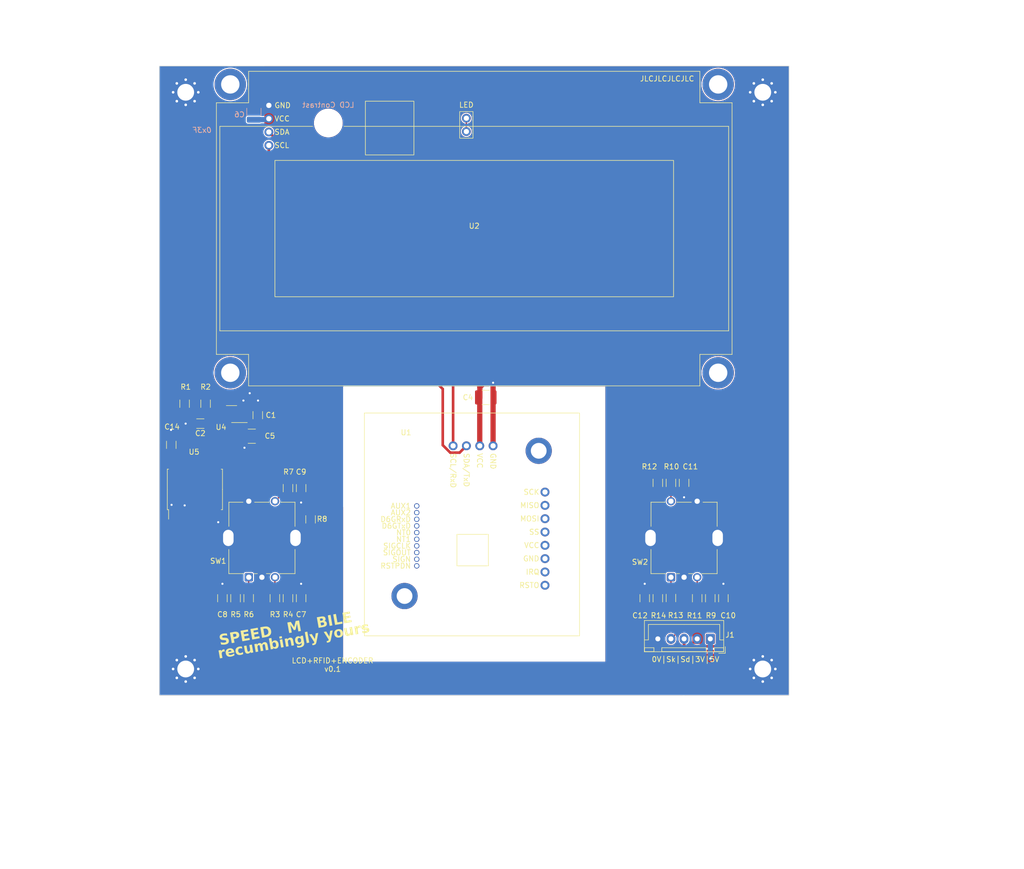
<source format=kicad_pcb>
(kicad_pcb (version 20221018) (generator pcbnew)
  (layers (0 "F.Cu" signal) (31 "B.Cu" signal) (34 "B.Paste" user) (35 "F.Paste" user) (36 "B.SilkS" user "B.Silkscreen") (37 "F.SilkS" user "F.Silkscreen") (38 "B.Mask" user) (39 "F.Mask" user) (44 "Edge.Cuts" user))
  (net 0 "")
  (net 1 "GND")
  (net 2 "+3V3")
  (net 3 "/SDA")
  (net 4 "/SCL")
  (net 5 "+5V")
  (net 6 "/SDA_5V")
  (net 7 "/SCL_5V")
  (net 8 "Net-(U2-LED-Pad5)")
  (net 9 "/ENCB0")
  (net 10 "/ENCA0")
  (net 11 "/ENCSW0")
  (net 12 "/ENCB1")
  (net 13 "/ENCSW1")
  (net 14 "/ENCA1")
  (net 15 "Net-(R3-Pad2)")
  (net 16 "Net-(R5-Pad2)")
  (net 17 "Net-(R7-Pad2)")
  (net 18 "Net-(R11-Pad2)")
  (net 19 "Net-(R10-Pad2)")
  (net 20 "Net-(R13-Pad2)")
  (footprint "Capacitor_SMD:C_1206_3216Metric" (layer "F.Cu") (at 68.7375 101.585 90)
    (fp_text reference "C1")
    (fp_text value "100n")
  )
  (footprint "Capacitor_SMD:C_1206_3216Metric" (layer "F.Cu") (at 77 115.5 -90)
    (fp_text reference "C9")
    (fp_text value "10n")
  )
  (footprint "Capacitor_SMD:C_1206_3216Metric" (layer "F.Cu") (at 57.7875 103.2 180)
    (fp_text reference "C2")
    (fp_text value "100n")
  )
  (footprint "Resistor_SMD:R_1206_3216Metric" (layer "F.Cu") (at 145 136.5 90)
    (fp_text reference "R14")
    (fp_text value "10k")
  )
  (footprint "Capacitor_SMD:C_1210_3225Metric" (layer "F.Cu") (at 112.2 98.2)
    (fp_text reference "C4")
    (fp_text value "22u")
  )
  (footprint "Capacitor_SMD:C_1206_3216Metric" (layer "F.Cu") (at 77 136.5 90)
    (fp_text reference "C7")
    (fp_text value "10n")
  )
  (footprint "Resistor_SMD:R_1206_3216Metric" (layer "F.Cu") (at 147.5 136.4625 90)
    (fp_text reference "R13")
    (fp_text value "10k")
  )
  (footprint "additional:RotaryEncoder_Bourns_Vertical_PEC11H-4xxxF-Sxxxx" (layer "F.Cu") (at 69.525 125 90)
    (fp_text reference "SW1")
    (fp_text value "PEC11H")
  )
  (footprint "Resistor_SMD:R_1206_3216Metric" (layer "F.Cu") (at 152.5 136.5 90)
    (fp_text reference "R11")
    (fp_text value "10k")
  )
  (footprint "Resistor_SMD:R_1206_3216Metric" (layer "F.Cu") (at 58.7875 99.4 -90)
    (fp_text reference "R2")
    (fp_text value "4k7")
  )
  (footprint "Resistor_SMD:R_1206_3216Metric" (layer "F.Cu") (at 145 114.5 -90)
    (fp_text reference "R12")
    (fp_text value "10k")
  )
  (footprint "Package_SO:VSSOP-8_3.0x3.0mm_P0.65mm" (layer "F.Cu") (at 63.7375 101.375 180)
    (fp_text reference "U4")
    (fp_text value "TCA9617A")
  )
  (footprint "additional:OSHW-Logo2_9.8x8mm_Mask" (layer "F.Cu") (at 65.5 150.75)
    (fp_text reference "SYMB1" hide)
    (fp_text value "OSHW" hide)
  )
  (footprint "MountingHole:MountingHole_3.2mm_M3_Pad_Via" (layer "F.Cu") (at 55 40)
    (fp_text reference "H1" hide)
    (fp_text value "M3")
  )
  (footprint "Resistor_SMD:R_1206_3216Metric" (layer "F.Cu") (at 54.7875 99.4 -90)
    (fp_text reference "R1")
    (fp_text value "4k7")
  )
  (footprint "Capacitor_SMD:C_1206_3216Metric" (layer "F.Cu") (at 62 136.5 90)
    (fp_text reference "C8")
    (fp_text value "10n")
  )
  (footprint "additional:HD44780_PCF8574T" (layer "F.Cu") (at 110 66)
    (fp_text reference "U2")
    (fp_text value "~")
  )
  (footprint "Resistor_SMD:R_1206_3216Metric" (layer "F.Cu") (at 74.5 115.5 -90)
    (fp_text reference "R7")
    (fp_text value "10k")
  )
  (footprint "Capacitor_SMD:C_1210_3225Metric" (layer "F.Cu") (at 67.6 105.6 180)
    (fp_text reference "C5")
    (fp_text value "22u")
  )
  (footprint "Resistor_SMD:R_1206_3216Metric" (layer "F.Cu") (at 72 136.5 90)
    (fp_text reference "R3")
    (fp_text value "10k")
  )
  (footprint "Resistor_SMD:R_1206_3216Metric" (layer "F.Cu") (at 67 136.5 90)
    (fp_text reference "R6")
    (fp_text value "10k")
  )
  (footprint "Capacitor_SMD:C_1206_3216Metric" (layer "F.Cu") (at 157.5 136.5 90)
    (fp_text reference "C10")
    (fp_text value "10n")
  )
  (footprint "MountingHole:MountingHole_3.2mm_M3_Pad_Via" (layer "F.Cu") (at 55 150)
    (fp_text reference "H3" hide)
    (fp_text value "M3")
  )
  (footprint "Capacitor_SMD:C_1206_3216Metric" (layer "F.Cu") (at 150 114.5 -90)
    (fp_text reference "C11")
    (fp_text value "10n")
  )
  (footprint "Capacitor_SMD:C_1206_3216Metric" (layer "F.Cu") (at 142.5 136.5 90)
    (fp_text reference "C12")
    (fp_text value "10n")
  )
  (footprint "Connector_JST:JST_XH_B5B-XH-A_1x05_P2.50mm_Vertical" (layer "F.Cu") (at 155 144.25 180)
    (fp_text reference "J1")
    (fp_text value "Conn_01x05")
  )
  (footprint "MountingHole:MountingHole_3.2mm_M3_Pad_Via" (layer "F.Cu") (at 165 40)
    (fp_text reference "H2" hide)
    (fp_text value "M3")
  )
  (footprint "Resistor_SMD:R_1206_3216Metric" (layer "F.Cu") (at 78.8 121.4625 90)
    (fp_text reference "R8")
    (fp_text value "10k")
  )
  (footprint "Capacitor_SMD:C_1206_3216Metric" (layer "F.Cu") (at 52.25 107.25 90)
    (fp_text reference "C14")
    (fp_text value "100n")
  )
  (footprint "additional:RotaryEncoder_Bourns_Vertical_PEC11H-4xxxF-Sxxxx" (layer "F.Cu") (at 150 125 90)
    (fp_text reference "SW2")
    (fp_text value "PEC11H")
  )
  (footprint "MountingHole:MountingHole_3.2mm_M3_Pad_Via" (layer "F.Cu") (at 165 150)
    (fp_text reference "H4" hide)
    (fp_text value "M3")
  )
  (footprint "Package_SO:SOIC-16W_7.5x10.3mm_P1.27mm" (layer "F.Cu") (at 56.75 115.75 90)
    (fp_text reference "U5")
    (fp_text value "PCF8574")
  )
  (footprint "Resistor_SMD:R_1206_3216Metric" (layer "F.Cu") (at 64.5 136.5 90)
    (fp_text reference "R5")
    (fp_text value "10k")
  )
  (footprint "Resistor_SMD:R_1206_3216Metric" (layer "F.Cu") (at 147.5 114.5 -90)
    (fp_text reference "R10")
    (fp_text value "10k")
  )
  (footprint "Resistor_SMD:R_1206_3216Metric" (layer "F.Cu") (at 155 136.5 90)
    (fp_text reference "R9")
    (fp_text value "10k")
  )
  (footprint "additional:PN532" (layer "F.Cu") (at 110 123)
    (fp_text reference "U1")
    (fp_text value "~")
  )
  (footprint "Resistor_SMD:R_1206_3216Metric" (layer "F.Cu") (at 74.5 136.5 90)
    (fp_text reference "R4")
    (fp_text value "10k")
  )
  (footprint "Capacitor_SMD:C_1210_3225Metric" (layer "B.Cu") (at 68 43.75 90)
    (fp_text reference "C6")
    (fp_text value "22u")
  )
  (gr_rect (start 50 35) (end 170 155) (stroke (width 0.1)) (fill none) (layer "Edge.Cuts"))
  (gr_text "0x3F" (at 60.05 47.8) (layer "B.SilkS") (effects (font (size 1 1) (thickness 0.15) italic) (justify left bottom mirror)))
  (gr_text "0V|Sk|Sd|3V|5V" (at 143.75 148.75) (layer "F.SilkS") (effects (font (size 1 1)) (justify left bottom)))
  (gr_text "LCD+RFID+ENCODER\nv0.1" (at 83 150.6) (layer "F.SilkS") (effects (font (size 1 1)) (justify bottom)))
  (gr_text "JLCJLCJLCJLC" (at 141.525 38) (layer "F.SilkS") (effects (font (size 1 1)) (justify left bottom)))
  (gr_text "SPEED   M   BILE" (at 61.6 145.8 10) (layer "F.SilkS") (effects (font (size 2 2) (thickness 0.4) bold italic) (justify left bottom)))
  (gr_text "recumbingly yours" (at 75.8 145.8 10) (layer "F.SilkS") (effects (font (size 2 2) (thickness 0.4) bold italic) (justify bottom)))
  (segment (start 157.5 135.025) (end 157.5 133.75) (width 1) (layer "F.Cu") (net 1))
  (segment (start 62 135.025) (end 62 133.75) (width 1) (layer "F.Cu") (net 1))
  (segment (start 61.195 121.995) (end 61.2 122) (width 1) (layer "F.Cu") (net 1))
  (segment (start 66.125 107.725004) (end 66.2 107.800004) (width 1) (layer "F.Cu") (net 1))
  (segment (start 52.25 105.775) (end 52.25 104.45) (width 1) (layer "F.Cu") (net 1))
  (segment (start 113.592 107.434) (end 113.592 95.408) (width 1) (layer "F.Cu") (net 1))
  (segment (start 52.305 118.695008) (end 52.304996 118.695004) (width 0.5) (layer "F.Cu") (net 1))
  (segment (start 66.125 105.6) (end 66.125 107.725004) (width 1) (layer "F.Cu") (net 1))
  (segment (start 68.7375 100.11) (end 68.7375 98.85) (width 1) (layer "F.Cu") (net 1))
  (segment (start 77 116.975) (end 77 118.25) (width 1) (layer "F.Cu") (net 1))
  (segment (start 56.3125 103.2) (end 54.9875 103.2) (width 1) (layer "F.Cu") (net 1))
  (segment (start 52.25 104.45) (end 52.2 104.4) (width 1) (layer "F.Cu") (net 1))
  (segment (start 150 115.975) (end 150 117.25) (width 1) (layer "F.Cu") (net 1))
  (segment (start 54.845 120.4) (end 54.845 118.845002) (width 0.5) (layer "F.Cu") (net 1))
  (segment (start 113.592 95.408) (end 113.6 95.4) (width 1) (layer "F.Cu") (net 1))
  (segment (start 52.305 120.4) (end 52.305 118.695008) (width 0.5) (layer "F.Cu") (net 1))
  (segment (start 54.845 118.845002) (end 54.799998 118.8) (width 0.5) (layer "F.Cu") (net 1))
  (segment (start 77 135.025) (end 77 133.75) (width 1) (layer "F.Cu") (net 1))
  (segment (start 68.7375 98.85) (end 68.7875 98.8) (width 1) (layer "F.Cu") (net 1))
  (segment (start 61.195 120.4) (end 61.195 121.995) (width 1) (layer "F.Cu") (net 1))
  (segment (start 142.5 135.025) (end 142.5 133.75) (width 1) (layer "F.Cu") (net 1))
  (via (at 67.2 97.4) (size 0.8) (drill 0.4) (layers "F.Cu" "B.Cu") (net 1))
  (via (at 150 117.25) (size 0.8) (drill 0.4) (layers "F.Cu" "B.Cu") (net 1))
  (via (at 142.5 133.75) (size 0.8) (drill 0.4) (layers "F.Cu" "B.Cu") (net 1))
  (via (at 157.5 133.75) (size 0.8) (drill 0.4) (layers "F.Cu" "B.Cu") (net 1))
  (via (at 52.304996 118.695004) (size 0.8) (drill 0.4) (layers "F.Cu" "B.Cu") (net 1))
  (via (at 66 98.8) (size 0.8) (drill 0.4) (layers "F.Cu" "B.Cu") (net 1))
  (via (at 113.6 95.4) (size 0.8) (drill 0.4) (layers "F.Cu" "B.Cu") (net 1))
  (via (at 54.799998 118.8) (size 0.8) (drill 0.4) (layers "F.Cu" "B.Cu") (net 1))
  (via (at 66.2 107.800004) (size 0.8) (drill 0.4) (layers "F.Cu" "B.Cu") (net 1))
  (via (at 54.9875 103.2) (size 0.8) (drill 0.4) (layers "F.Cu" "B.Cu") (net 1))
  (via (at 68.7875 98.8) (size 0.8) (drill 0.4) (layers "F.Cu" "B.Cu") (net 1))
  (via (at 52.2 104.4) (size 0.8) (drill 0.4) (layers "F.Cu" "B.Cu") (net 1))
  (via (at 77 118.25) (size 0.8) (drill 0.4) (layers "F.Cu" "B.Cu") (net 1))
  (via (at 61.2 122) (size 0.8) (drill 0.4) (layers "F.Cu" "B.Cu") (net 1))
  (via (at 62 133.75) (size 0.8) (drill 0.4) (layers "F.Cu" "B.Cu") (net 1))
  (via (at 77 133.75) (size 0.8) (drill 0.4) (layers "F.Cu" "B.Cu") (net 1))
  (segment (start 136 95.6) (end 136 136.5) (width 1) (layer "F.Cu") (net 2))
  (segment (start 154.5375 140) (end 153.14375 141.39375) (width 1) (layer "F.Cu") (net 2))
  (segment (start 152.5 142.0375) (end 152.5 144.275) (width 1) (layer "F.Cu") (net 2))
  (segment (start 145.539219 141.39375) (end 134.432969 152.5) (width 1) (layer "F.Cu") (net 2))
  (segment (start 134.6 94.2) (end 136 95.6) (width 1) (layer "F.Cu") (net 2))
  (segment (start 152.5 141.39375) (end 145.539219 141.39375) (width 1) (layer "F.Cu") (net 2))
  (segment (start 111.052 98.223) (end 111.075 98.2) (width 1) (layer "F.Cu") (net 2))
  (segment (start 161.25 115.5) (end 151.25 105.5) (width 1) (layer "F.Cu") (net 2))
  (segment (start 53.575 121.424999) (end 53.124999 121.875) (width 0.5) (layer "F.Cu") (net 2))
  (segment (start 51.305 121.8) (end 51.154999 121.649999) (width 1) (layer "F.Cu") (net 2))
  (segment (start 72 142.75) (end 72 137.9625) (width 1) (layer "F.Cu") (net 2))
  (segment (start 113.102944 94.2) (end 134.6 94.2) (width 1) (layer "F.Cu") (net 2))
  (segment (start 109.4 83.6) (end 137.6 83.6) (width 1) (layer "F.Cu") (net 2))
  (segment (start 152.4625 137.925) (end 147.5 137.925) (width 1) (layer "F.Cu") (net 2))
  (segment (start 53.124999 121.875) (end 51.38 121.875) (width 0.5) (layer "F.Cu") (net 2))
  (segment (start 152.5 141.39375) (end 153.14375 141.39375) (width 1) (layer "F.Cu") (net 2))
  (segment (start 51.154999 121.649999) (end 51.154999 112.250001) (width 1) (layer "F.Cu") (net 2))
  (segment (start 111.075 98.2) (end 111.075 96.227944) (width 1) (layer "F.Cu") (net 2))
  (segment (start 52.25 108.725) (end 52.25 111.045) (width 1) (layer "F.Cu") (net 2))
  (segment (start 151.25 102.25) (end 151.25 105.5) (width 1) (layer "F.Cu") (net 2))
  (segment (start 151.25 106.7875) (end 151.25 105.5) (width 0.5) (layer "F.Cu") (net 2))
  (segment (start 154.5375 140) (end 156.775 140) (width 1) (layer "F.Cu") (net 2))
  (segment (start 158.5 140) (end 161.25 137.25) (width 1) (layer "F.Cu") (net 2))
  (segment (start 52.25 111.045) (end 52.305 111.1) (width 1) (layer "F.Cu") (net 2))
  (segment (start 140.89375 141.39375) (end 152.5 141.39375) (width 1) (layer "F.Cu") (net 2))
  (segment (start 146 97) (end 151.25 102.25) (width 1) (layer "F.Cu") (net 2))
  (segment (start 152.5 137.9625) (end 154.5375 140) (width 1) (layer "F.Cu") (net 2))
  (segment (start 136 136.5) (end 140.89375 141.39375) (width 1) (layer "F.Cu") (net 2))
  (segment (start 53.575 120.4) (end 53.575 121.424999) (width 0.5) (layer "F.Cu") (net 2))
  (segment (start 66.3725 103.06) (end 65.9375 102.625) (width 1) (layer "F.Cu") (net 2))
  (segment (start 81.75 152.5) (end 72 142.75) (width 1) (layer "F.Cu") (net 2))
  (segment (start 51.154999 112.250001) (end 52.305 111.1) (width 1) (layer "F.Cu") (net 2))
  (segment (start 111.075 96.227944) (end 113.102944 94.2) (width 1) (layer "F.Cu") (net 2))
  (segment (start 51.38 121.875) (end 51.305 121.8) (width 0.5) (layer "F.Cu") (net 2))
  (segment (start 111.052 107.434) (end 111.052 98.223) (width 1) (layer "F.Cu") (net 2))
  (segment (start 153.14375 141.39375) (end 152.5 142.0375) (width 1) (layer "F.Cu") (net 2))
  (segment (start 68.7375 103.06) (end 66.3725 103.06) (width 1) (layer "F.Cu") (net 2))
  (segment (start 60.5 139.25) (end 51.305 130.055) (width 1) (layer "F.Cu") (net 2))
  (segment (start 134.432969 152.5) (end 81.75 152.5) (width 1) (layer "F.Cu") (net 2))
  (segment (start 51.305 130.055) (end 51.305 121.8) (width 1) (layer "F.Cu") (net 2))
  (segment (start 67 137.9625) (end 65.7125 139.25) (width 1) (layer "F.Cu") (net 2))
  (segment (start 137.6 83.6) (end 146 92) (width 1) (layer "F.Cu") (net 2))
  (segment (start 146 92) (end 146 97) (width 1) (layer "F.Cu") (net 2))
  (segment (start 67 137.9625) (end 72 137.9625) (width 1) (layer "F.Cu") (net 2))
  (segment (start 154.5375 140) (end 152.4625 137.925) (width 1) (layer "F.Cu") (net 2))
  (segment (start 144.9625 113) (end 145 113.0375) (width 1) (layer "F.Cu") (net 2))
  (segment (start 145 113.0375) (end 151.25 106.7875) (width 0.5) (layer "F.Cu") (net 2))
  (segment (start 65.7125 139.25) (end 60.5 139.25) (width 1) (layer "F.Cu") (net 2))
  (segment (start 156.775 140) (end 158.5 140) (width 1) (layer "F.Cu") (net 2))
  (segment (start 161.25 137.25) (end 161.25 115.5) (width 1) (layer "F.Cu") (net 2))
  (segment (start 65.9375 101.05) (end 64.962502 101.050001) (width 0.25) (layer "F.Cu") (net 3))
  (segment (start 73.8 122.4) (end 66.6 129.6) (width 0.5) (layer "F.Cu") (net 3))
  (segment (start 108.512 107.434) (end 107.212 108.734) (width 0.5) (layer "F.Cu") (net 3))
  (segment (start 151.2 146.6) (end 157.9 146.6) (width 0.5) (layer "F.Cu") (net 3))
  (segment (start 61.6 129.6) (end 58 126) (width 0.5) (layer "F.Cu") (net 3))
  (segment (start 66.6 129.6) (end 61.6 129.6) (width 0.5) (layer "F.Cu") (net 3))
  (segment (start 57.2 106.2) (end 61.2 106.2) (width 0.5) (layer "F.Cu") (net 3))
  (segment (start 84.4 96.4) (end 84.4 118.8) (width 0.5) (layer "F.Cu") (net 3))
  (segment (start 150 145.4) (end 151.2 146.6) (width 0.5) (layer "F.Cu") (net 3))
  (segment (start 165.25 108.510051) (end 152.2 95.460051) (width 0.5) (layer "F.Cu") (net 3))
  (segment (start 64 103.4) (end 64 101.672551) (width 0.5) (layer "F.Cu") (net 3))
  (segment (start 104 107.300478) (end 104 96.6) (width 0.5) (layer "F.Cu") (net 3))
  (segment (start 58 126) (end 58 121.662684) (width 0.5) (layer "F.Cu") (net 3))
  (segment (start 78.8425 75.9575) (end 67.4 87.4) (width 0.5) (layer "F.Cu") (net 3))
  (segment (start 165.25 139.25) (end 165.25 108.510051) (width 0.5) (layer "F.Cu") (net 3))
  (segment (start 67.4 95.1) (end 64.5875 97.9125) (width 0.5) (layer "F.Cu") (net 3))
  (segment (start 77.390622 122.4) (end 73.8 122.4) (width 0.5) (layer "F.Cu") (net 3))
  (segment (start 67.4 87.4) (end 67.4 95.1) (width 0.5) (layer "F.Cu") (net 3))
  (segment (start 150 144.25) (end 150 145.4) (width 0.5) (layer "F.Cu") (net 3))
  (segment (start 77.878122 121.9125) (end 77.390622 122.4) (width 0.5) (layer "F.Cu") (net 3))
  (segment (start 64.5875 100.674999) (end 64.962502 101.050001) (width 0.5) (layer "F.Cu") (net 3))
  (segment (start 58 121.662684) (end 58.01 121.652684) (width 0.25) (layer "F.Cu") (net 3))
  (segment (start 64 101.672551) (end 64.622551 101.05) (width 0.5) (layer "F.Cu") (net 3))
  (segment (start 84.4 118.8) (end 81.2875 121.9125) (width 0.5) (layer "F.Cu") (net 3))
  (segment (start 152.2 86.6) (end 141.5575 75.9575) (width 0.5) (layer "F.Cu") (net 3))
  (segment (start 64.5875 97.9125) (end 64.5875 100.674999) (width 0.5) (layer "F.Cu") (net 3))
  (segment (start 104 96.6) (end 103 95.6) (width 0.5) (layer "F.Cu") (net 3))
  (segment (start 58.01 121.652684) (end 58.01 119.01) (width 0.25) (layer "F.Cu") (net 3))
  (segment (start 53.575 109.825) (end 57.2 106.2) (width 0.5) (layer "F.Cu") (net 3))
  (segment (start 103 95.6) (end 85.2 95.6) (width 0.5) (layer "F.Cu") (net 3))
  (segment (start 107.212 108.734) (end 105.433522 108.734) (width 0.5) (layer "F.Cu") (net 3))
  (segment (start 141.5575 75.9575) (end 78.8425 75.9575) (width 0.5) (layer "F.Cu") (net 3))
  (segment (start 64.9625 101.05) (end 65.9375 101.05) (width 0.25) (layer "F.Cu") (net 3))
  (segment (start 53.575 114.575) (end 53.575 111.1) (width 0.5) (layer "F.Cu") (net 3))
  (segment (start 58 119) (end 53.575 114.575) (width 0.5) (layer "F.Cu") (net 3))
  (segment (start 58.01 119.01) (end 58 119) (width 0.25) (layer "F.Cu") (net 3))
  (segment (start 157.9 146.6) (end 165.25 139.25) (width 0.5) (layer "F.Cu") (net 3))
  (segment (start 85.2 95.6) (end 84.4 96.4) (width 0.5) (layer "F.Cu") (net 3))
  (segment (start 81.2875 121.9125) (end 77.878122 121.9125) (width 0.5) (layer "F.Cu") (net 3))
  (segment (start 53.575 111.1) (end 53.575 109.825) (width 0.5) (layer "F.Cu") (net 3))
  (segment (start 61.2 106.2) (end 64 103.4) (width 0.5) (layer "F.Cu") (net 3))
  (segment (start 105.433522 108.734) (end 104 107.300478) (width 0.5) (layer "F.Cu") (net 3))
  (segment (start 152.2 95.460051) (end 152.2 86.6) (width 0.5) (layer "F.Cu") (net 3))
  (segment (start 53.575 111.1) (end 53.575 110.075001) (width 0.25) (layer "F.Cu") (net 3))
  (segment (start 64.622551 101.05) (end 64.9625 101.05) (width 0.5) (layer "F.Cu") (net 3))
  (segment (start 54.845 114.445) (end 59.4 119) (width 0.5) (layer "F.Cu") (net 4))
  (segment (start 150.2 96.2) (end 150.2 87.6) (width 0.5) (layer "F.Cu") (net 4))
  (segment (start 77.878122 121.0125) (end 79.7875 121.0125) (width 0.5) (layer "F.Cu") (net 4))
  (segment (start 151.825 145.675) (end 156.325 145.675) (width 0.5) (layer "F.Cu") (net 4))
  (segment (start 69 96) (end 70.2 97.2) (width 0.5) (layer "F.Cu") (net 4))
  (segment (start 105.972 95.372) (end 105.972 107.434) (width 0.5) (layer "F.Cu") (net 4))
  (segment (start 150.036701 142.5) (end 151.25 143.713299) (width 0.25) (layer "F.Cu") (net 4))
  (segment (start 72.6 120) (end 76.865622 120) (width 0.5) (layer "F.Cu") (net 4))
  (segment (start 65.9375 101.7) (end 64.9625 101.7) (width 0.25) (layer "F.Cu") (net 4))
  (segment (start 62.317284 127.5) (end 65.1 127.5) (width 0.5) (layer "F.Cu") (net 4))
  (segment (start 82.4 96.2) (end 84.6 94) (width 0.5) (layer "F.Cu") (net 4))
  (segment (start 151.25 143.713299) (end 151.25 145.1) (width 0.25) (layer "F.Cu") (net 4))
  (segment (start 54.845 111.1) (end 54.845 110.155) (width 0.25) (layer "F.Cu") (net 4))
  (segment (start 76.865622 120) (end 77.878122 121.0125) (width 0.5) (layer "F.Cu") (net 4))
  (segment (start 156.325 145.675) (end 163.5 138.5) (width 0.5) (layer "F.Cu") (net 4))
  (segment (start 84.6 94) (end 104.6 94) (width 0.5) (layer "F.Cu") (net 4))
  (segment (start 151.25 145.1) (end 151.75 145.6) (width 0.25) (layer "F.Cu") (net 4))
  (segment (start 59.4 122) (end 59.4 124.582716) (width 0.5) (layer "F.Cu") (net 4))
  (segment (start 141.4725 78.8725) (end 78.7275 78.8725) (width 0.5) (layer "F.Cu") (net 4))
  (segment (start 69.119379 101.699999) (end 66.987499 101.699999) (width 0.5) (layer "F.Cu") (net 4))
  (segment (start 57.320001 107.6) (end 62 107.6) (width 0.5) (layer "F.Cu") (net 4))
  (segment (start 82.4 118.4) (end 82.4 96.2) (width 0.5) (layer "F.Cu") (net 4))
  (segment (start 69 88.6) (end 69 96) (width 0.5) (layer "F.Cu") (net 4))
  (segment (start 59.4 122) (end 59.3 121.9) (width 0.25) (layer "F.Cu") (net 4))
  (segment (start 78.7275 78.8725) (end 69 88.6) (width 0.5) (layer "F.Cu") (net 4))
  (segment (start 64.7625 104.8375) (end 64.762501 102.400001) (width 0.5) (layer "F.Cu") (net 4))
  (segment (start 65.9375 101.7) (end 66.987499 101.699999) (width 0.25) (layer "F.Cu") (net 4))
  (segment (start 147.5 144.25) (end 149.25 142.5) (width 0.25) (layer "F.Cu") (net 4))
  (segment (start 79.7875 121.0125) (end 82.4 118.4) (width 0.5) (layer "F.Cu") (net 4))
  (segment (start 59.4 119) (end 59.3 119.1) (width 0.25) (layer "F.Cu") (net 4))
  (segment (start 150.2 87.6) (end 141.4725 78.8725) (width 0.5) (layer "F.Cu") (net 4))
  (segment (start 70.2 100.619378) (end 69.119379 101.699999) (width 0.5) (layer "F.Cu") (net 4))
  (segment (start 59.4 124.582716) (end 62.317284 127.5) (width 0.5) (layer "F.Cu") (net 4))
  (segment (start 62 107.6) (end 64.7625 104.8375) (width 0.5) (layer "F.Cu") (net 4))
  (segment (start 64.9625 101.7) (end 64.762501 101.899999) (width 0.25) (layer "F.Cu") (net 4))
  (segment (start 149.25 142.5) (end 150.036701 142.5) (width 0.25) (layer "F.Cu") (net 4))
  (segment (start 163.5 138.5) (end 163.5 109.5) (width 0.5) (layer "F.Cu") (net 4))
  (segment (start 104.6 94) (end 105.972 95.372) (width 0.5) (layer "F.Cu") (net 4))
  (segment (start 64.762501 101.899999) (end 64.762501 102.400001) (width 0.25) (layer "F.Cu") (net 4))
  (segment (start 70.2 97.2) (end 70.2 100.619378) (width 0.5) (layer "F.Cu") (net 4))
  (segment (start 54.845 111.1) (end 54.845 110.075001) (width 0.5) (layer "F.Cu") (net 4))
  (segment (start 59.3 119.1) (end 59.3 121.9) (width 0.25) (layer "F.Cu") (net 4))
  (segment (start 65.1 127.5) (end 72.6 120) (width 0.5) (layer "F.Cu") (net 4))
  (segment (start 163.5 109.5) (end 150.2 96.2) (width 0.5) (layer "F.Cu") (net 4))
  (segment (start 54.845 111.1) (end 54.845 114.445) (width 0.5) (layer "F.Cu") (net 4))
  (segment (start 54.845 110.075001) (end 57.320001 107.6) (width 0.5) (layer "F.Cu") (net 4))
  (segment (start 151.75 145.6) (end 151.825 145.675) (width 0.5) (layer "F.Cu") (net 4))
  (segment (start 69.3 76.45) (end 79.25 66.5) (width 1) (layer "F.Cu") (net 5))
  (segment (start 58.7875 97.9375) (end 60.925 97.9375) (width 0.5) (layer "F.Cu") (net 5))
  (segment (start 62.7125 102.28505) (end 61.79755 103.2) (width 0.5) (layer "F.Cu") (net 5))
  (segment (start 58.7875 97.9375) (end 60.25 97.9375) (width 1) (layer "F.Cu") (net 5))
  (segment (start 79.25 53.44) (end 79.25 66.5) (width 1) (layer "F.Cu") (net 5))
  (segment (start 69.3 81.1) (end 69.3 76.45) (width 1) (layer "F.Cu") (net 5))
  (segment (start 61.79755 103.2) (end 59.2625 103.2) (width 0.5) (layer "F.Cu") (net 5))
  (segment (start 54.7875 97.9375) (end 58.7875 97.9375) (width 1) (layer "F.Cu") (net 5))
  (segment (start 167.5 99.267409) (end 167.5 140.5) (width 1) (layer "F.Cu") (net 5))
  (segment (start 167.5 140.5) (end 160 148) (width 1) (layer "F.Cu") (net 5))
  (segment (start 160 148) (end 154.999996 148) (width 1) (layer "F.Cu") (net 5))
  (segment (start 134.732591 66.5) (end 167.5 99.267409) (width 1) (layer "F.Cu") (net 5))
  (segment (start 70.85 45.04) (end 79.25 53.44) (width 1) (layer "F.Cu") (net 5))
  (segment (start 58.7875 91.6125) (end 69.3 81.1) (width 1) (layer "F.Cu") (net 5))
  (segment (start 62.7125 99.725) (end 62.7125 102.28505) (width 0.5) (layer "F.Cu") (net 5))
  (segment (start 60.925 97.9375) (end 62.7125 99.725) (width 0.5) (layer "F.Cu") (net 5))
  (segment (start 79.25 66.5) (end 134.732591 66.5) (width 1) (layer "F.Cu") (net 5))
  (segment (start 58.7875 97.9375) (end 58.7875 91.6125) (width 1) (layer "F.Cu") (net 5))
  (via (at 154.999996 148) (size 0.8) (drill 0.4) (layers "F.Cu" "B.Cu") (net 5))
  (segment (start 155 144.25) (end 155 147.999996) (width 1) (layer "B.Cu") (net 5))
  (segment (start 68 45.225) (end 70.665 45.225) (width 1) (layer "B.Cu") (net 5))
  (segment (start 155 147.999996) (end 154.999996 148) (width 1) (layer "B.Cu") (net 5))
  (segment (start 70.665 45.225) (end 70.85 45.04) (width 1) (layer "B.Cu") (net 5))
  (segment (start 58.7875 100.8625) (end 57.525 99.6) (width 0.5) (layer "F.Cu") (net 6))
  (segment (start 58.975 101.05) (end 58.7875 100.8625) (width 0.25) (layer "F.Cu") (net 6))
  (segment (start 53.1875 98.635939) (end 53.1875 86.8125) (width 0.5) (layer "F.Cu") (net 6))
  (segment (start 61.5375 101.05) (end 58.975 101.05) (width 0.25) (layer "F.Cu") (net 6))
  (segment (start 74 50.73) (end 70.85 47.58) (width 0.5) (layer "F.Cu") (net 6))
  (segment (start 57.525 99.6) (end 54.151561 99.6) (width 0.5) (layer "F.Cu") (net 6))
  (segment (start 74 66) (end 74 50.73) (width 0.5) (layer "F.Cu") (net 6))
  (segment (start 54.151561 99.6) (end 53.1875 98.635939) (width 0.5) (layer "F.Cu") (net 6))
  (segment (start 53.1875 86.8125) (end 74 66) (width 0.5) (layer "F.Cu") (net 6))
  (segment (start 52.85 100.8625) (end 54.7875 100.8625) (width 0.5) (layer "F.Cu") (net 7))
  (segment (start 70.85 65.35) (end 51.4 84.8) (width 0.5) (layer "F.Cu") (net 7))
  (segment (start 61.5375 101.7) (end 61.4875 101.75) (width 0.25) (layer "F.Cu") (net 7))
  (segment (start 55.675 101.75) (end 54.7875 100.8625) (width 0.25) (layer "F.Cu") (net 7))
  (segment (start 70.85 50.12) (end 70.85 65.35) (width 0.5) (layer "F.Cu") (net 7))
  (segment (start 61.4875 101.75) (end 55.675 101.75) (width 0.25) (layer "F.Cu") (net 7))
  (segment (start 51.4 84.8) (end 51.4 99.4) (width 0.5) (layer "F.Cu") (net 7))
  (segment (start 51.4 99.4) (end 51.39375 99.40625) (width 0.5) (layer "F.Cu") (net 7))
  (segment (start 51.39375 99.40625) (end 52.85 100.8625) (width 0.5) (layer "F.Cu") (net 7))
  (segment (start 108.5 47.49) (end 108.5 44.95) (width 0.25) (layer "F.Cu") (net 8))
  (segment (start 61.1049 135.925) (end 56.2 131.0201) (width 0.25) (layer "F.Cu") (net 9))
  (segment (start 57.385 120.830908) (end 57.385 120.4) (width 0.25) (layer "F.Cu") (net 9))
  (segment (start 72.4625 135.925) (end 61.1049 135.925) (width 0.25) (layer "F.Cu") (net 9))
  (segment (start 74.5 137.9625) (end 72.4625 135.925) (width 0.25) (layer "F.Cu") (net 9))
  (segment (start 74.5125 137.975) (end 74.5 137.9625) (width 0.25) (layer "F.Cu") (net 9))
  (segment (start 77 137.975) (end 74.5125 137.975) (width 0.25) (layer "F.Cu") (net 9))
  (segment (start 56.2 122.015908) (end 57.385 120.830908) (width 0.25) (layer "F.Cu") (net 9))
  (segment (start 56.2 131.0201) (end 56.2 122.015908) (width 0.25) (layer "F.Cu") (net 9))
  (segment (start 55 130.975) (end 62 137.975) (width 0.25) (layer "F.Cu") (net 10))
  (segment (start 64.5 137.9625) (end 62.0125 137.9625) (width 0.25) (layer "F.Cu") (net 10))
  (segment (start 56.115 120.4) (end 56.115 120.830908) (width 0.25) (layer "F.Cu") (net 10))
  (segment (start 55 121.945908) (end 55 130.975) (width 0.25) (layer "F.Cu") (net 10))
  (segment (start 62.0125 137.9625) (end 62 137.975) (width 0.25) (layer "F.Cu") (net 10))
  (segment (start 56.115 120.830908) (end 55 121.945908) (width 0.25) (layer "F.Cu") (net 10))
  (segment (start 74.5 114.0375) (end 76.9875 114.0375) (width 0.5) (layer "F.Cu") (net 11))
  (segment (start 72.1375 116.4) (end 74.5 114.0375) (width 0.5) (layer "F.Cu") (net 11))
  (segment (start 63 116.4) (end 72.1375 116.4) (width 0.5) (layer "F.Cu") (net 11))
  (segment (start 59.925 120.4) (end 59.925 119.475) (width 0.5) (layer "F.Cu") (net 11))
  (segment (start 59.925 119.475) (end 63 116.4) (width 0.5) (layer "F.Cu") (net 11))
  (segment (start 76.9875 114.0375) (end 77 114.025) (width 0.5) (layer "F.Cu") (net 11))
  (segment (start 157.4875 137.9625) (end 157.5 137.975) (width 0.25) (layer "F.Cu") (net 12))
  (segment (start 60.6 112.8) (end 59.925 112.125) (width 0.5) (layer "F.Cu") (net 12))
  (segment (start 141.6 115.35) (end 141.6 94.2) (width 0.5) (layer "F.Cu") (net 12))
  (segment (start 59.925 112.125) (end 59.925 111.1) (width 0.5) (layer "F.Cu") (net 12))
  (segment (start 141.6 94.2) (end 136.4 89) (width 0.5) (layer "F.Cu") (net 12))
  (segment (start 157.5 137.975) (end 158.85 136.625) (width 0.5) (layer "F.Cu") (net 12))
  (segment (start 136.4 89) (end 84.4 89) (width 0.5) (layer "F.Cu") (net 12))
  (segment (start 155 137.9625) (end 157.4875 137.9625) (width 0.25) (layer "F.Cu") (net 12))
  (segment (start 78.8 94.6) (end 78.8 105.6) (width 0.5) (layer "F.Cu") (net 12))
  (segment (start 84.4 89) (end 78.8 94.6) (width 0.5) (layer "F.Cu") (net 12))
  (segment (start 71.6 112.8) (end 60.6 112.8) (width 0.5) (layer "F.Cu") (net 12))
  (segment (start 158.85 136.625) (end 158.85 132.6) (width 0.5) (layer "F.Cu") (net 12))
  (segment (start 158.85 132.6) (end 141.6 115.35) (width 0.5) (layer "F.Cu") (net 12))
  (segment (start 78.8 105.6) (end 71.6 112.8) (width 0.5) (layer "F.Cu") (net 12))
  (segment (start 146.4875 114.05) (end 144.05 114.05) (width 0.5) (layer "F.Cu") (net 13))
  (segment (start 76.8 94.2) (end 76.8 105.4) (width 0.5) (layer "F.Cu") (net 13))
  (segment (start 143.4 93.2) (end 137.2 87) (width 0.5) (layer "F.Cu") (net 13))
  (segment (start 84 87) (end 76.8 94.2) (width 0.5) (layer "F.Cu") (net 13))
  (segment (start 149.9875 113.0375) (end 150 113.025) (width 0.25) (layer "F.Cu") (net 13))
  (segment (start 76.8 105.4) (end 71.1 111.1) (width 0.5) (layer "F.Cu") (net 13))
  (segment (start 147.5 113.0375) (end 146.4875 114.05) (width 0.5) (layer "F.Cu") (net 13))
  (segment (start 137.2 87) (end 84 87) (width 0.5) (layer "F.Cu") (net 13))
  (segment (start 144.05 114.05) (end 143.4 113.4) (width 0.5) (layer "F.Cu") (net 13))
  (segment (start 147.5 113.0375) (end 149.9875 113.0375) (width 0.25) (layer "F.Cu") (net 13))
  (segment (start 143.4 113.4) (end 143.4 93.2) (width 0.5) (layer "F.Cu") (net 13))
  (segment (start 71.1 111.1) (end 61.195 111.1) (width 0.5) (layer "F.Cu") (net 13))
  (segment (start 139.6 135.075) (end 142.5 137.975) (width 0.5) (layer "F.Cu") (net 14))
  (segment (start 85 91) (end 135 91) (width 0.5) (layer "F.Cu") (net 14))
  (segment (start 58.655 111.1) (end 58.655 112.747684) (width 0.5) (layer "F.Cu") (net 14))
  (segment (start 80.6 95.4) (end 85 91) (width 0.5) (layer "F.Cu") (net 14))
  (segment (start 142.5125 137.9625) (end 142.5 137.975) (width 0.25) (layer "F.Cu") (net 14))
  (segment (start 135 91) (end 139.6 95.6) (width 0.5) (layer "F.Cu") (net 14))
  (segment (start 58.655 112.747684) (end 59.907316 114) (width 0.5) (layer "F.Cu") (net 14))
  (segment (start 80.6 106.003122) (end 80.6 95.4) (width 0.5) (layer "F.Cu") (net 14))
  (segment (start 59.907316 114) (end 72.603122 114) (width 0.5) (layer "F.Cu") (net 14))
  (segment (start 145 137.9625) (end 142.5125 137.9625) (width 0.25) (layer "F.Cu") (net 14))
  (segment (start 139.6 95.6) (end 139.6 135.075) (width 0.5) (layer "F.Cu") (net 14))
  (segment (start 72.603122 114) (end 80.6 106.003122) (width 0.5) (layer "F.Cu") (net 14))
  (segment (start 74.5 135.0375) (end 72 135.0375) (width 0.25) (layer "F.Cu") (net 15))
  (segment (start 72 135.0375) (end 72 132.525) (width 0.25) (layer "F.Cu") (net 15))
  (segment (start 72 132.525) (end 72.025 132.5) (width 0.25) (layer "F.Cu") (net 15))
  (segment (start 64.5 135.0375) (end 67 135.0375) (width 0.25) (layer "F.Cu") (net 16))
  (segment (start 67 132.525) (end 67.025 132.5) (width 0.25) (layer "F.Cu") (net 16))
  (segment (start 67 135.0375) (end 67 132.525) (width 0.25) (layer "F.Cu") (net 16))
  (segment (start 74.5 116.9625) (end 76.9625 119.425) (width 0.25) (layer "F.Cu") (net 17))
  (segment (start 74.5 116.9625) (end 73.0625 116.9625) (width 0.25) (layer "F.Cu") (net 17))
  (segment (start 78.225 119.425) (end 78.8 120) (width 0.25) (layer "F.Cu") (net 17))
  (segment (start 76.9625 119.425) (end 78.225 119.425) (width 0.25) (layer "F.Cu") (net 17))
  (segment (start 73.0625 116.9625) (end 72.025 118) (width 0.25) (layer "F.Cu") (net 17))
  (segment (start 152.5 135.0375) (end 152.5 132.5) (width 0.25) (layer "F.Cu") (net 18))
  (segment (start 155 135.0375) (end 152.5 135.0375) (width 0.25) (layer "F.Cu") (net 18))
  (segment (start 147.5 118) (end 147.5 115.9625) (width 0.25) (layer "F.Cu") (net 19))
  (segment (start 147.5 115.9625) (end 145 115.9625) (width 0.25) (layer "F.Cu") (net 19))
  (segment (start 147.5 135) (end 147.5 132.5) (width 0.25) (layer "F.Cu") (net 20))
  (segment (start 147.4625 135.0375) (end 147.5 135) (width 0.25) (layer "F.Cu") (net 20))
  (segment (start 145 135.0375) (end 147.4625 135.0375) (width 0.25) (layer "F.Cu") (net 20))
  (zone (net 0) (net_name "") (layer "F.Cu") (connect_pads yes (clearance 0)) (min_thickness 0.25)
    (keepout (tracks allowed) (vias allowed) (pads allowed) (copperpour not_allowed) (footprints allowed))
    (fill (thermal_gap 0.5) (thermal_bridge_width 0.5))
    (polygon (pts (xy 64.8 102) (xy 64.8 106) (xy 64.4 106)))
  )
  (zone (net 5) (net_name "+5V") (layer "F.Cu") (connect_pads yes (clearance 0)) (min_thickness 0.25) (fill yes (thermal_gap 0.5) (thermal_bridge_width 0.5))
    (polygon (pts (xy 19.6 24.2) (xy 33 188.2) (xy 193.2 162.4) (xy 214.8 22.4)))
  )
  (zone (net 0) (net_name "") (layer "F.Cu") (connect_pads yes (clearance 0)) (min_thickness 0.25)
    (keepout (tracks allowed) (vias allowed) (pads allowed) (copperpour not_allowed) (footprints allowed))
    (fill (thermal_gap 0.5) (thermal_bridge_width 0.5))
    (polygon (pts (xy 70 50) (xy 70 34.2) (xy 69.4 34.2)))
  )
  (zone (net 0) (net_name "") (layer "F.Cu") (connect_pads yes (clearance 0)) (min_thickness 0.25)
    (keepout (tracks allowed) (vias allowed) (pads allowed) (copperpour not_allowed) (footprints allowed))
    (fill (thermal_gap 0.5) (thermal_bridge_width 0.5))
    (polygon (pts (xy 145.8 137.4) (xy 145.8 135.6) (xy 154 135.6) (xy 154 137.4) (xy 155 137.4) (xy 155 134.2) (xy 144.6 134.2) (xy 144.6 137.4)))
  )
  (zone (net 0) (net_name "") (layer "F.Cu") (connect_pads (clearance 0)) (min_thickness 0.25)
    (keepout (tracks allowed) (vias allowed) (pads allowed) (copperpour not_allowed) (footprints allowed))
    (fill (thermal_gap 0.5) (thermal_bridge_width 0.5))
    (polygon (pts (xy 58.2 102) (xy 58.2 106) (xy 58 106)))
  )
  (zone (net 0) (net_name "") (layer "F.Cu") (connect_pads yes (clearance 0)) (min_thickness 0.25)
    (keepout (tracks allowed) (vias allowed) (pads allowed) (copperpour not_allowed) (footprints allowed))
    (fill (thermal_gap 0.5) (thermal_bridge_width 0.5))
    (polygon (pts (xy 78 137.2) (xy 78 121.6) (xy 77.6 121.6)))
  )
  (zone (net 2) (net_name "+3V3") (layer "F.Cu") (priority 2) (connect_pads yes (clearance 0)) (min_thickness 0.25) (fill yes (thermal_gap 0.5) (thermal_bridge_width 0.5))
    (polygon (pts (xy 49 107) (xy 60.4 106.8) (xy 66.2 101.2) (xy 67.8 95.4) (xy 68 88.2) (xy 78.4 77.8) (xy 141.6 77.6) (xy 151 87) (xy 151.4 95.4) (xy 164.2 108.6) (xy 164.2 138.8) (xy 156.8 146.6) (xy 154.8 146.6) (xy 149.8 146.6) (xy 149.8 157.6) (xy 34.6 161.4)))
  )
  (zone (net 0) (net_name "") (layer "F.Cu") (connect_pads yes (clearance 0)) (min_thickness 0.25)
    (keepout (tracks allowed) (vias allowed) (pads allowed) (copperpour not_allowed) (footprints allowed))
    (fill (thermal_gap 0.5) (thermal_bridge_width 0.5))
    (polygon (pts (xy 147.6 113.8) (xy 144 113.8) (xy 144 120.8) (xy 147.6 120.8)))
  )
  (zone (net 0) (net_name "") (layer "F.Cu") (connect_pads yes (clearance 0)) (min_thickness 0.25)
    (keepout (tracks allowed) (vias allowed) (pads allowed) (copperpour not_allowed) (footprints allowed))
    (fill (thermal_gap 0.5) (thermal_bridge_width 0.5))
    (polygon (pts (xy 76.2 107.4) (xy 71 113.4) (xy 65.2 113.6) (xy 55.8 110.6) (xy 55.8 107.4)))
  )
  (zone (net 0) (net_name "") (layer "F.Cu") (connect_pads yes (clearance 0)) (min_thickness 0.25)
    (keepout (tracks allowed) (vias allowed) (pads allowed) (copperpour not_allowed) (footprints allowed))
    (fill (thermal_gap 0.5) (thermal_bridge_width 0.5))
    (polygon (pts (xy 110.4 97.4) (xy 110.4 91) (xy 109.8 91)))
  )
  (zone (net 0) (net_name "") (layer "F.Cu") (connect_pads yes (clearance 0)) (min_thickness 0.25)
    (keepout (tracks allowed) (vias allowed) (pads allowed) (copperpour not_allowed) (footprints allowed))
    (fill (thermal_gap 0.5) (thermal_bridge_width 0.5))
    (polygon (pts (xy 65.4 137.4) (xy 65.4 136) (xy 65.2 136)))
  )
  (zone (net 1) (net_name "GND") (layer "F.Cu") (priority 6) (connect_pads yes (clearance 0)) (min_thickness 0.25) (fill yes (thermal_gap 0.5) (thermal_bridge_width 0.5))
    (polygon (pts (xy 70 100.8) (xy 70 97) (xy 68.6 95.8) (xy 66.8 95.8) (xy 64.6 98) (xy 64.6 100.8)))
  )
  (zone (net 0) (net_name "") (layers "F&B.Cu" "Edge.Cuts") (connect_pads (clearance 0)) (min_thickness 0.25)
    (keepout (tracks allowed) (vias allowed) (pads allowed) (copperpour not_allowed) (footprints allowed))
    (fill (thermal_gap 0.5) (thermal_bridge_width 0.5))
    (polygon (pts (xy 85 96.1) (xy 135 96.1) (xy 135 148.6) (xy 85 148.6)))
  )
  (zone (net 1) (net_name "GND") (layer "B.Cu") (connect_pads yes (clearance 0)) (min_thickness 0.25) (fill yes (thermal_gap 0.5) (thermal_bridge_width 0.5))
    (polygon (pts (xy 35 30) (xy 47 161) (xy 196 162) (xy 196 25)))
  )
)
</source>
